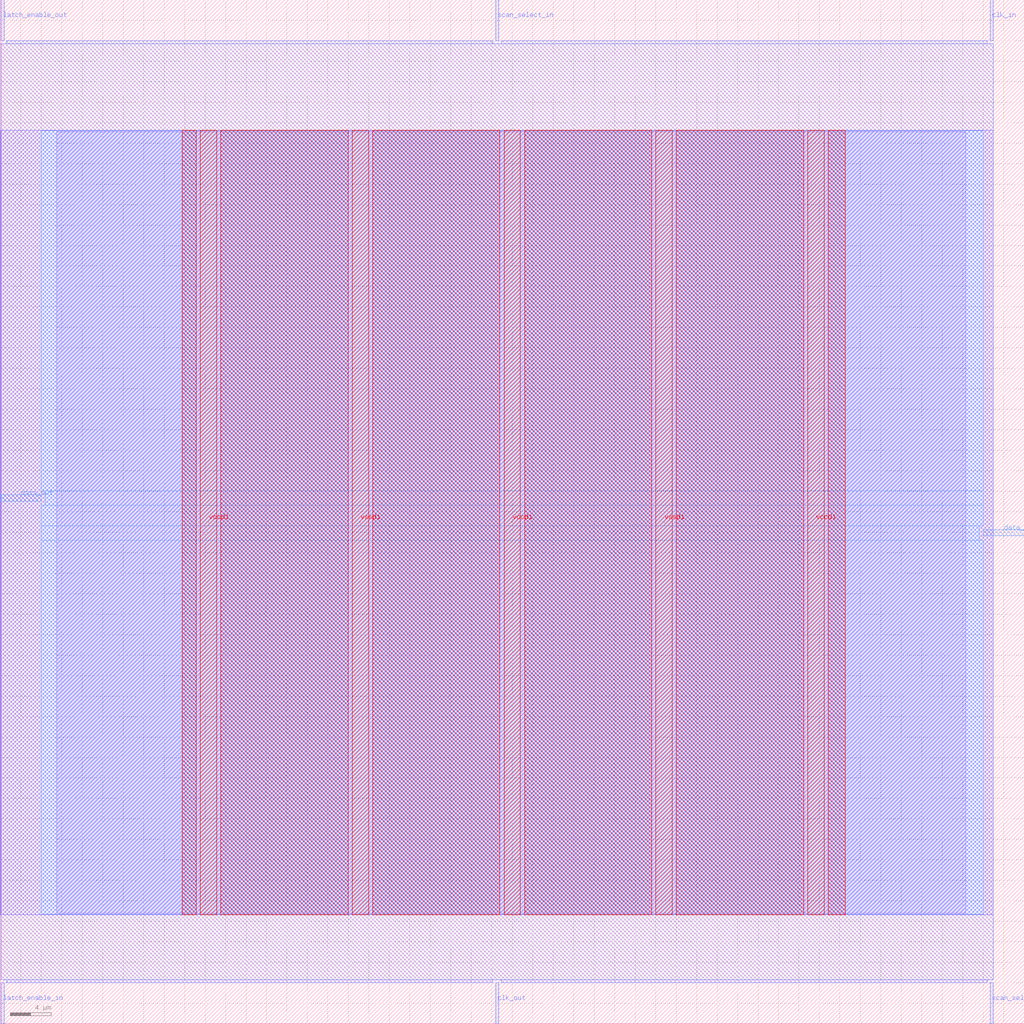
<source format=lef>
VERSION 5.7 ;
  NOWIREEXTENSIONATPIN ON ;
  DIVIDERCHAR "/" ;
  BUSBITCHARS "[]" ;
MACRO scan_wrapper_019235602376235615
  CLASS BLOCK ;
  FOREIGN scan_wrapper_019235602376235615 ;
  ORIGIN 0.000 0.000 ;
  SIZE 100.000 BY 100.000 ;
  PIN clk_in
    DIRECTION INPUT ;
    USE SIGNAL ;
    PORT
      LAYER met2 ;
        RECT 96.690 96.000 96.970 100.000 ;
    END
  END clk_in
  PIN clk_out
    DIRECTION OUTPUT TRISTATE ;
    USE SIGNAL ;
    PORT
      LAYER met2 ;
        RECT 48.390 0.000 48.670 4.000 ;
    END
  END clk_out
  PIN data_in
    DIRECTION INPUT ;
    USE SIGNAL ;
    PORT
      LAYER met3 ;
        RECT 96.000 47.640 100.000 48.240 ;
    END
  END data_in
  PIN data_out
    DIRECTION OUTPUT TRISTATE ;
    USE SIGNAL ;
    PORT
      LAYER met3 ;
        RECT 0.000 51.040 4.000 51.640 ;
    END
  END data_out
  PIN latch_enable_in
    DIRECTION INPUT ;
    USE SIGNAL ;
    PORT
      LAYER met2 ;
        RECT 0.090 0.000 0.370 4.000 ;
    END
  END latch_enable_in
  PIN latch_enable_out
    DIRECTION OUTPUT TRISTATE ;
    USE SIGNAL ;
    PORT
      LAYER met2 ;
        RECT 0.090 96.000 0.370 100.000 ;
    END
  END latch_enable_out
  PIN scan_select_in
    DIRECTION INPUT ;
    USE SIGNAL ;
    PORT
      LAYER met2 ;
        RECT 48.390 96.000 48.670 100.000 ;
    END
  END scan_select_in
  PIN scan_select_out
    DIRECTION OUTPUT TRISTATE ;
    USE SIGNAL ;
    PORT
      LAYER met2 ;
        RECT 96.690 0.000 96.970 4.000 ;
    END
  END scan_select_out
  PIN vccd1
    DIRECTION INPUT ;
    USE POWER ;
    PORT
      LAYER met4 ;
        RECT 19.550 10.640 21.150 87.280 ;
    END
    PORT
      LAYER met4 ;
        RECT 49.200 10.640 50.800 87.280 ;
    END
    PORT
      LAYER met4 ;
        RECT 78.855 10.640 80.455 87.280 ;
    END
  END vccd1
  PIN vssd1
    DIRECTION INPUT ;
    USE GROUND ;
    PORT
      LAYER met4 ;
        RECT 34.370 10.640 35.970 87.280 ;
    END
    PORT
      LAYER met4 ;
        RECT 64.025 10.640 65.625 87.280 ;
    END
  END vssd1
  OBS
      LAYER li1 ;
        RECT 5.520 10.795 94.300 87.125 ;
      LAYER met1 ;
        RECT 0.070 10.640 96.990 87.280 ;
      LAYER met2 ;
        RECT 0.650 95.720 48.110 96.000 ;
        RECT 48.950 95.720 96.410 96.000 ;
        RECT 0.100 4.280 96.960 95.720 ;
        RECT 0.650 4.000 48.110 4.280 ;
        RECT 48.950 4.000 96.410 4.280 ;
      LAYER met3 ;
        RECT 4.000 52.040 96.000 87.205 ;
        RECT 4.400 50.640 96.000 52.040 ;
        RECT 4.000 48.640 96.000 50.640 ;
        RECT 4.000 47.240 95.600 48.640 ;
        RECT 4.000 10.715 96.000 47.240 ;
      LAYER met4 ;
        RECT 17.775 10.640 19.150 87.280 ;
        RECT 21.550 10.640 33.970 87.280 ;
        RECT 36.370 10.640 48.800 87.280 ;
        RECT 51.200 10.640 63.625 87.280 ;
        RECT 66.025 10.640 78.455 87.280 ;
        RECT 80.855 10.640 82.505 87.280 ;
  END
END scan_wrapper_019235602376235615
END LIBRARY


</source>
